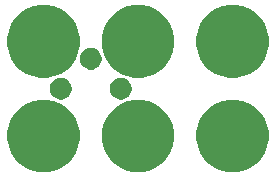
<source format=gts>
G04 #@! TF.GenerationSoftware,KiCad,Pcbnew,5.1.5-52549c5~84~ubuntu19.04.1*
G04 #@! TF.CreationDate,2020-01-08T00:27:12+01:00*
G04 #@! TF.ProjectId,2x3-Mini-Potentiometer-3386P-TH,3278332d-4d69-46e6-992d-506f74656e74,v1.2*
G04 #@! TF.SameCoordinates,Original*
G04 #@! TF.FileFunction,Soldermask,Top*
G04 #@! TF.FilePolarity,Negative*
%FSLAX46Y46*%
G04 Gerber Fmt 4.6, Leading zero omitted, Abs format (unit mm)*
G04 Created by KiCad (PCBNEW 5.1.5-52549c5~84~ubuntu19.04.1) date 2020-01-08 00:27:12*
%MOMM*%
%LPD*%
G04 APERTURE LIST*
%ADD10C,0.100000*%
G04 APERTURE END LIST*
D10*
G36*
X34731095Y-29147617D02*
G01*
X35290927Y-29379507D01*
X35794765Y-29716160D01*
X36223240Y-30144635D01*
X36559893Y-30648473D01*
X36791783Y-31208305D01*
X36910000Y-31802621D01*
X36910000Y-32408579D01*
X36791783Y-33002895D01*
X36559893Y-33562727D01*
X36223240Y-34066565D01*
X35794765Y-34495040D01*
X35290927Y-34831693D01*
X34731095Y-35063583D01*
X34136779Y-35181800D01*
X33530821Y-35181800D01*
X32936505Y-35063583D01*
X32376673Y-34831693D01*
X31872835Y-34495040D01*
X31444360Y-34066565D01*
X31107707Y-33562727D01*
X30875817Y-33002895D01*
X30757600Y-32408579D01*
X30757600Y-31802621D01*
X30875817Y-31208305D01*
X31107707Y-30648473D01*
X31444360Y-30144635D01*
X31872835Y-29716160D01*
X32376673Y-29379507D01*
X32936505Y-29147617D01*
X33530821Y-29029400D01*
X34136779Y-29029400D01*
X34731095Y-29147617D01*
G37*
G36*
X42731095Y-29147617D02*
G01*
X43290927Y-29379507D01*
X43794765Y-29716160D01*
X44223240Y-30144635D01*
X44559893Y-30648473D01*
X44791783Y-31208305D01*
X44910000Y-31802621D01*
X44910000Y-32408579D01*
X44791783Y-33002895D01*
X44559893Y-33562727D01*
X44223240Y-34066565D01*
X43794765Y-34495040D01*
X43290927Y-34831693D01*
X42731095Y-35063583D01*
X42136779Y-35181800D01*
X41530821Y-35181800D01*
X40936505Y-35063583D01*
X40376673Y-34831693D01*
X39872835Y-34495040D01*
X39444360Y-34066565D01*
X39107707Y-33562727D01*
X38875817Y-33002895D01*
X38757600Y-32408579D01*
X38757600Y-31802621D01*
X38875817Y-31208305D01*
X39107707Y-30648473D01*
X39444360Y-30144635D01*
X39872835Y-29716160D01*
X40376673Y-29379507D01*
X40936505Y-29147617D01*
X41530821Y-29029400D01*
X42136779Y-29029400D01*
X42731095Y-29147617D01*
G37*
G36*
X26731095Y-29147617D02*
G01*
X27290927Y-29379507D01*
X27794765Y-29716160D01*
X28223240Y-30144635D01*
X28559893Y-30648473D01*
X28791783Y-31208305D01*
X28910000Y-31802621D01*
X28910000Y-32408579D01*
X28791783Y-33002895D01*
X28559893Y-33562727D01*
X28223240Y-34066565D01*
X27794765Y-34495040D01*
X27290927Y-34831693D01*
X26731095Y-35063583D01*
X26136779Y-35181800D01*
X25530821Y-35181800D01*
X24936505Y-35063583D01*
X24376673Y-34831693D01*
X23872835Y-34495040D01*
X23444360Y-34066565D01*
X23107707Y-33562727D01*
X22875817Y-33002895D01*
X22757600Y-32408579D01*
X22757600Y-31802621D01*
X22875817Y-31208305D01*
X23107707Y-30648473D01*
X23444360Y-30144635D01*
X23872835Y-29716160D01*
X24376673Y-29379507D01*
X24936505Y-29147617D01*
X25530821Y-29029400D01*
X26136779Y-29029400D01*
X26731095Y-29147617D01*
G37*
G36*
X27397088Y-27181800D02*
G01*
X27563964Y-27214994D01*
X27732519Y-27284812D01*
X27884219Y-27386175D01*
X28013225Y-27515181D01*
X28114588Y-27666881D01*
X28184406Y-27835436D01*
X28220000Y-28014378D01*
X28220000Y-28196822D01*
X28184406Y-28375764D01*
X28114588Y-28544319D01*
X28013225Y-28696019D01*
X27884219Y-28825025D01*
X27732519Y-28926388D01*
X27563964Y-28996206D01*
X27444669Y-29019935D01*
X27385023Y-29031800D01*
X27202577Y-29031800D01*
X27142931Y-29019935D01*
X27023636Y-28996206D01*
X26855081Y-28926388D01*
X26703381Y-28825025D01*
X26574375Y-28696019D01*
X26473012Y-28544319D01*
X26403194Y-28375764D01*
X26367600Y-28196822D01*
X26367600Y-28014378D01*
X26403194Y-27835436D01*
X26473012Y-27666881D01*
X26574375Y-27515181D01*
X26703381Y-27386175D01*
X26855081Y-27284812D01*
X27023636Y-27214994D01*
X27190512Y-27181800D01*
X27202577Y-27179400D01*
X27385023Y-27179400D01*
X27397088Y-27181800D01*
G37*
G36*
X32477088Y-27181800D02*
G01*
X32643964Y-27214994D01*
X32812519Y-27284812D01*
X32964219Y-27386175D01*
X33093225Y-27515181D01*
X33194588Y-27666881D01*
X33264406Y-27835436D01*
X33300000Y-28014378D01*
X33300000Y-28196822D01*
X33264406Y-28375764D01*
X33194588Y-28544319D01*
X33093225Y-28696019D01*
X32964219Y-28825025D01*
X32812519Y-28926388D01*
X32643964Y-28996206D01*
X32524669Y-29019935D01*
X32465023Y-29031800D01*
X32282577Y-29031800D01*
X32222931Y-29019935D01*
X32103636Y-28996206D01*
X31935081Y-28926388D01*
X31783381Y-28825025D01*
X31654375Y-28696019D01*
X31553012Y-28544319D01*
X31483194Y-28375764D01*
X31447600Y-28196822D01*
X31447600Y-28014378D01*
X31483194Y-27835436D01*
X31553012Y-27666881D01*
X31654375Y-27515181D01*
X31783381Y-27386175D01*
X31935081Y-27284812D01*
X32103636Y-27214994D01*
X32270512Y-27181800D01*
X32282577Y-27179400D01*
X32465023Y-27179400D01*
X32477088Y-27181800D01*
G37*
G36*
X42731095Y-21147617D02*
G01*
X43290927Y-21379507D01*
X43794765Y-21716160D01*
X44223240Y-22144635D01*
X44559893Y-22648473D01*
X44791783Y-23208305D01*
X44910000Y-23802621D01*
X44910000Y-24408579D01*
X44791783Y-25002895D01*
X44559893Y-25562727D01*
X44223240Y-26066565D01*
X43794765Y-26495040D01*
X43290927Y-26831693D01*
X42731095Y-27063583D01*
X42136779Y-27181800D01*
X41530821Y-27181800D01*
X40936505Y-27063583D01*
X40376673Y-26831693D01*
X39872835Y-26495040D01*
X39444360Y-26066565D01*
X39107707Y-25562727D01*
X38875817Y-25002895D01*
X38757600Y-24408579D01*
X38757600Y-23802621D01*
X38875817Y-23208305D01*
X39107707Y-22648473D01*
X39444360Y-22144635D01*
X39872835Y-21716160D01*
X40376673Y-21379507D01*
X40936505Y-21147617D01*
X41530821Y-21029400D01*
X42136779Y-21029400D01*
X42731095Y-21147617D01*
G37*
G36*
X34731095Y-21147617D02*
G01*
X35290927Y-21379507D01*
X35794765Y-21716160D01*
X36223240Y-22144635D01*
X36559893Y-22648473D01*
X36791783Y-23208305D01*
X36910000Y-23802621D01*
X36910000Y-24408579D01*
X36791783Y-25002895D01*
X36559893Y-25562727D01*
X36223240Y-26066565D01*
X35794765Y-26495040D01*
X35290927Y-26831693D01*
X34731095Y-27063583D01*
X34136779Y-27181800D01*
X33530821Y-27181800D01*
X32936505Y-27063583D01*
X32376673Y-26831693D01*
X31872835Y-26495040D01*
X31444360Y-26066565D01*
X31107707Y-25562727D01*
X30875817Y-25002895D01*
X30757600Y-24408579D01*
X30757600Y-23802621D01*
X30875817Y-23208305D01*
X31107707Y-22648473D01*
X31444360Y-22144635D01*
X31872835Y-21716160D01*
X32376673Y-21379507D01*
X32936505Y-21147617D01*
X33530821Y-21029400D01*
X34136779Y-21029400D01*
X34731095Y-21147617D01*
G37*
G36*
X26731095Y-21147617D02*
G01*
X27290927Y-21379507D01*
X27794765Y-21716160D01*
X28223240Y-22144635D01*
X28559893Y-22648473D01*
X28791783Y-23208305D01*
X28910000Y-23802621D01*
X28910000Y-24408579D01*
X28791783Y-25002895D01*
X28559893Y-25562727D01*
X28223240Y-26066565D01*
X27794765Y-26495040D01*
X27290927Y-26831693D01*
X26731095Y-27063583D01*
X26136779Y-27181800D01*
X25530821Y-27181800D01*
X24936505Y-27063583D01*
X24376673Y-26831693D01*
X23872835Y-26495040D01*
X23444360Y-26066565D01*
X23107707Y-25562727D01*
X22875817Y-25002895D01*
X22757600Y-24408579D01*
X22757600Y-23802621D01*
X22875817Y-23208305D01*
X23107707Y-22648473D01*
X23444360Y-22144635D01*
X23872835Y-21716160D01*
X24376673Y-21379507D01*
X24936505Y-21147617D01*
X25530821Y-21029400D01*
X26136779Y-21029400D01*
X26731095Y-21147617D01*
G37*
G36*
X29984669Y-24663545D02*
G01*
X30103964Y-24687274D01*
X30272519Y-24757092D01*
X30424219Y-24858455D01*
X30553225Y-24987461D01*
X30654588Y-25139161D01*
X30724406Y-25307716D01*
X30760000Y-25486658D01*
X30760000Y-25669102D01*
X30724406Y-25848044D01*
X30654588Y-26016599D01*
X30553225Y-26168299D01*
X30424219Y-26297305D01*
X30272519Y-26398668D01*
X30103964Y-26468486D01*
X29984669Y-26492215D01*
X29925023Y-26504080D01*
X29742577Y-26504080D01*
X29682931Y-26492215D01*
X29563636Y-26468486D01*
X29395081Y-26398668D01*
X29243381Y-26297305D01*
X29114375Y-26168299D01*
X29013012Y-26016599D01*
X28943194Y-25848044D01*
X28907600Y-25669102D01*
X28907600Y-25486658D01*
X28943194Y-25307716D01*
X29013012Y-25139161D01*
X29114375Y-24987461D01*
X29243381Y-24858455D01*
X29395081Y-24757092D01*
X29563636Y-24687274D01*
X29682931Y-24663545D01*
X29742577Y-24651680D01*
X29925023Y-24651680D01*
X29984669Y-24663545D01*
G37*
M02*

</source>
